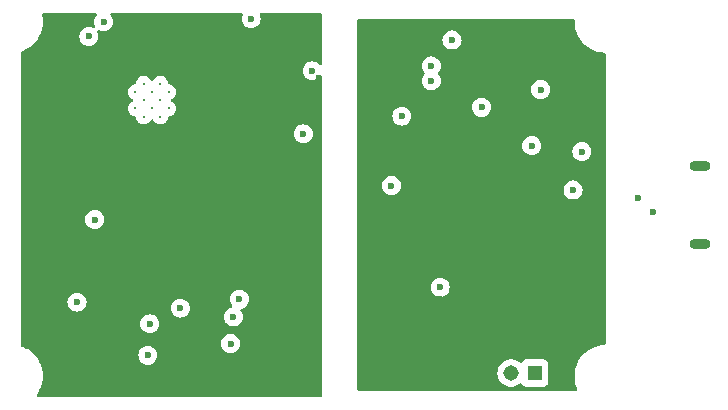
<source format=gbr>
%TF.GenerationSoftware,KiCad,Pcbnew,8.0.8-8.0.8-0~ubuntu24.04.1*%
%TF.CreationDate,2025-02-07T13:21:18-05:00*%
%TF.ProjectId,snowboard,736e6f77-626f-4617-9264-2e6b69636164,rev?*%
%TF.SameCoordinates,Original*%
%TF.FileFunction,Copper,L3,Inr*%
%TF.FilePolarity,Positive*%
%FSLAX46Y46*%
G04 Gerber Fmt 4.6, Leading zero omitted, Abs format (unit mm)*
G04 Created by KiCad (PCBNEW 8.0.8-8.0.8-0~ubuntu24.04.1) date 2025-02-07 13:21:18*
%MOMM*%
%LPD*%
G01*
G04 APERTURE LIST*
%TA.AperFunction,ComponentPad*%
%ADD10O,1.800000X0.900000*%
%TD*%
%TA.AperFunction,ComponentPad*%
%ADD11R,1.308000X1.308000*%
%TD*%
%TA.AperFunction,ComponentPad*%
%ADD12C,1.308000*%
%TD*%
%TA.AperFunction,ComponentPad*%
%ADD13C,0.300000*%
%TD*%
%TA.AperFunction,ViaPad*%
%ADD14C,0.600000*%
%TD*%
G04 APERTURE END LIST*
D10*
%TO.N,unconnected-(J1-SHIELD__4-PadS5)*%
%TO.C,J1*%
X190750000Y-130550000D03*
%TO.N,unconnected-(J1-SHIELD__5-PadS6)*%
X190750000Y-123950000D03*
%TD*%
D11*
%TO.N,+BATT*%
%TO.C,J2*%
X176750000Y-141500000D03*
D12*
%TO.N,GND*%
X174750000Y-141500000D03*
%TD*%
D13*
%TO.N,N/C*%
%TO.C,U1*%
X145050000Y-119800000D03*
X143650000Y-119800000D03*
X145750000Y-119100000D03*
X144350000Y-119100000D03*
X142950000Y-119100000D03*
X145050000Y-118400000D03*
X143650000Y-118400000D03*
X145750000Y-117700000D03*
X144350000Y-117700000D03*
X142950000Y-117700000D03*
X145050000Y-117000000D03*
X143650000Y-117000000D03*
%TD*%
D14*
%TO.N,GND*%
X144160122Y-137339878D03*
X144000000Y-140000000D03*
%TO.N,+3.3V*%
X140500000Y-136000000D03*
X147102040Y-141318205D03*
%TO.N,GND*%
X151000000Y-139000000D03*
X140250000Y-111750000D03*
X177250000Y-117500000D03*
X146750000Y-136000000D03*
X180750000Y-122750000D03*
X176500000Y-122250000D03*
X138000000Y-135500000D03*
X180000000Y-126000000D03*
X139500000Y-128500000D03*
X168750000Y-134250000D03*
X152750000Y-111500000D03*
%TO.N,VBUS*%
X178750000Y-133117600D03*
X179750000Y-120500000D03*
X168750000Y-135250000D03*
X177500000Y-128500000D03*
%TO.N,+3.3V*%
X138750000Y-111750000D03*
X158500000Y-116500000D03*
X158250000Y-139500000D03*
X158500000Y-121750000D03*
X158250000Y-135250000D03*
%TO.N,/D_N*%
X185500000Y-126650000D03*
X186750000Y-127900000D03*
%TO.N,/AEN*%
X139000000Y-113000000D03*
X169750000Y-113300000D03*
X164625000Y-125625000D03*
%TO.N,/IO0*%
X165500000Y-119750000D03*
X168000000Y-115500000D03*
%TO.N,/DTR*%
X168000000Y-116750000D03*
X172250000Y-119000000D03*
%TO.N,/I2C_SCL*%
X151250000Y-136750000D03*
X157905740Y-115917211D03*
%TO.N,/I2C_SDA*%
X151750000Y-135250000D03*
X157170000Y-121250000D03*
%TD*%
%TA.AperFunction,Conductor*%
%TO.N,VBUS*%
G36*
X180073822Y-111519685D02*
G01*
X180119577Y-111572489D01*
X180130557Y-111631487D01*
X180123388Y-111750000D01*
X180142538Y-112066597D01*
X180142538Y-112066602D01*
X180142539Y-112066603D01*
X180199713Y-112378589D01*
X180294075Y-112681409D01*
X180424251Y-112970647D01*
X180588340Y-113242084D01*
X180588345Y-113242092D01*
X180783955Y-113491769D01*
X181008230Y-113716044D01*
X181257907Y-113911654D01*
X181257910Y-113911655D01*
X181257914Y-113911659D01*
X181529353Y-114075749D01*
X181818591Y-114205925D01*
X182121411Y-114300287D01*
X182433397Y-114357461D01*
X182633487Y-114369564D01*
X182699215Y-114393260D01*
X182741699Y-114448731D01*
X182750000Y-114493338D01*
X182750000Y-139006661D01*
X182730315Y-139073700D01*
X182677511Y-139119455D01*
X182633487Y-139130435D01*
X182433402Y-139142538D01*
X182121410Y-139199713D01*
X181818596Y-139294073D01*
X181818592Y-139294074D01*
X181818591Y-139294075D01*
X181657721Y-139366477D01*
X181529357Y-139424249D01*
X181529355Y-139424250D01*
X181257915Y-139588340D01*
X181257907Y-139588345D01*
X181008230Y-139783955D01*
X180783955Y-140008230D01*
X180588345Y-140257907D01*
X180588340Y-140257915D01*
X180535393Y-140345501D01*
X180448977Y-140488452D01*
X180424250Y-140529355D01*
X180424249Y-140529357D01*
X180294073Y-140818596D01*
X180199713Y-141121410D01*
X180142538Y-141433402D01*
X180123388Y-141750000D01*
X180142538Y-142066597D01*
X180199713Y-142378589D01*
X180285689Y-142654499D01*
X180294075Y-142681409D01*
X180358750Y-142825110D01*
X180368313Y-142894321D01*
X180338940Y-142957716D01*
X180279955Y-142995167D01*
X180245674Y-143000000D01*
X161874000Y-143000000D01*
X161806961Y-142980315D01*
X161761206Y-142927511D01*
X161750000Y-142876000D01*
X161750000Y-141499999D01*
X173590554Y-141499999D01*
X173590554Y-141500000D01*
X173610295Y-141713047D01*
X173610296Y-141713050D01*
X173668846Y-141918835D01*
X173668849Y-141918840D01*
X173764219Y-142110370D01*
X173893159Y-142281114D01*
X174051278Y-142425258D01*
X174051283Y-142425261D01*
X174051286Y-142425263D01*
X174233186Y-142537891D01*
X174233187Y-142537891D01*
X174233190Y-142537893D01*
X174432703Y-142615185D01*
X174643020Y-142654500D01*
X174643022Y-142654500D01*
X174856978Y-142654500D01*
X174856980Y-142654500D01*
X175067297Y-142615185D01*
X175266810Y-142537893D01*
X175448722Y-142425258D01*
X175481593Y-142395291D01*
X175544395Y-142364675D01*
X175613782Y-142372872D01*
X175664395Y-142412616D01*
X175738454Y-142511546D01*
X175773646Y-142537891D01*
X175853664Y-142597793D01*
X175853671Y-142597797D01*
X175988517Y-142648091D01*
X175988516Y-142648091D01*
X175995444Y-142648835D01*
X176048127Y-142654500D01*
X177451872Y-142654499D01*
X177511483Y-142648091D01*
X177646331Y-142597796D01*
X177761546Y-142511546D01*
X177847796Y-142396331D01*
X177898091Y-142261483D01*
X177904500Y-142201873D01*
X177904499Y-140798128D01*
X177898091Y-140738517D01*
X177890769Y-140718887D01*
X177847797Y-140603671D01*
X177847793Y-140603664D01*
X177761547Y-140488455D01*
X177761544Y-140488452D01*
X177646335Y-140402206D01*
X177646328Y-140402202D01*
X177511482Y-140351908D01*
X177511483Y-140351908D01*
X177451883Y-140345501D01*
X177451881Y-140345500D01*
X177451873Y-140345500D01*
X177451864Y-140345500D01*
X176048129Y-140345500D01*
X176048123Y-140345501D01*
X175988516Y-140351908D01*
X175853671Y-140402202D01*
X175853664Y-140402206D01*
X175738455Y-140488452D01*
X175664396Y-140587382D01*
X175608462Y-140629252D01*
X175538770Y-140634236D01*
X175481594Y-140604709D01*
X175448722Y-140574742D01*
X175448716Y-140574738D01*
X175448713Y-140574736D01*
X175266813Y-140462108D01*
X175266807Y-140462106D01*
X175067297Y-140384815D01*
X174856980Y-140345500D01*
X174643020Y-140345500D01*
X174432703Y-140384815D01*
X174387812Y-140402206D01*
X174233192Y-140462106D01*
X174233186Y-140462108D01*
X174051286Y-140574736D01*
X174051283Y-140574738D01*
X174051279Y-140574740D01*
X174051278Y-140574742D01*
X173986016Y-140634236D01*
X173893158Y-140718887D01*
X173764219Y-140889629D01*
X173668849Y-141081158D01*
X173668846Y-141081164D01*
X173610296Y-141286949D01*
X173610295Y-141286952D01*
X173590554Y-141499999D01*
X161750000Y-141499999D01*
X161750000Y-134249996D01*
X167944435Y-134249996D01*
X167944435Y-134250003D01*
X167964630Y-134429249D01*
X167964631Y-134429254D01*
X168024211Y-134599523D01*
X168120184Y-134752262D01*
X168247738Y-134879816D01*
X168400478Y-134975789D01*
X168570745Y-135035368D01*
X168570750Y-135035369D01*
X168749996Y-135055565D01*
X168750000Y-135055565D01*
X168750004Y-135055565D01*
X168929249Y-135035369D01*
X168929252Y-135035368D01*
X168929255Y-135035368D01*
X169099522Y-134975789D01*
X169252262Y-134879816D01*
X169379816Y-134752262D01*
X169475789Y-134599522D01*
X169535368Y-134429255D01*
X169555565Y-134250000D01*
X169535368Y-134070745D01*
X169475789Y-133900478D01*
X169379816Y-133747738D01*
X169252262Y-133620184D01*
X169099523Y-133524211D01*
X168929254Y-133464631D01*
X168929249Y-133464630D01*
X168750004Y-133444435D01*
X168749996Y-133444435D01*
X168570750Y-133464630D01*
X168570745Y-133464631D01*
X168400476Y-133524211D01*
X168247737Y-133620184D01*
X168120184Y-133747737D01*
X168024211Y-133900476D01*
X167964631Y-134070745D01*
X167964630Y-134070750D01*
X167944435Y-134249996D01*
X161750000Y-134249996D01*
X161750000Y-125624996D01*
X163819435Y-125624996D01*
X163819435Y-125625003D01*
X163839630Y-125804249D01*
X163839631Y-125804254D01*
X163899211Y-125974523D01*
X163995184Y-126127262D01*
X164122738Y-126254816D01*
X164213080Y-126311582D01*
X164273461Y-126349522D01*
X164275478Y-126350789D01*
X164445745Y-126410368D01*
X164445750Y-126410369D01*
X164624996Y-126430565D01*
X164625000Y-126430565D01*
X164625004Y-126430565D01*
X164804249Y-126410369D01*
X164804252Y-126410368D01*
X164804255Y-126410368D01*
X164974522Y-126350789D01*
X165127262Y-126254816D01*
X165254816Y-126127262D01*
X165334783Y-125999996D01*
X179194435Y-125999996D01*
X179194435Y-126000003D01*
X179214630Y-126179249D01*
X179214631Y-126179254D01*
X179274211Y-126349523D01*
X179370184Y-126502262D01*
X179497738Y-126629816D01*
X179650478Y-126725789D01*
X179820745Y-126785368D01*
X179820750Y-126785369D01*
X179999996Y-126805565D01*
X180000000Y-126805565D01*
X180000004Y-126805565D01*
X180179249Y-126785369D01*
X180179252Y-126785368D01*
X180179255Y-126785368D01*
X180349522Y-126725789D01*
X180502262Y-126629816D01*
X180629816Y-126502262D01*
X180725789Y-126349522D01*
X180785368Y-126179255D01*
X180805565Y-126000000D01*
X180802694Y-125974523D01*
X180785369Y-125820750D01*
X180785368Y-125820745D01*
X180725788Y-125650476D01*
X180629815Y-125497737D01*
X180502262Y-125370184D01*
X180349523Y-125274211D01*
X180179254Y-125214631D01*
X180179249Y-125214630D01*
X180000004Y-125194435D01*
X179999996Y-125194435D01*
X179820750Y-125214630D01*
X179820745Y-125214631D01*
X179650476Y-125274211D01*
X179497737Y-125370184D01*
X179370184Y-125497737D01*
X179274211Y-125650476D01*
X179214631Y-125820745D01*
X179214630Y-125820750D01*
X179194435Y-125999996D01*
X165334783Y-125999996D01*
X165350789Y-125974522D01*
X165410368Y-125804255D01*
X165410369Y-125804249D01*
X165430565Y-125625003D01*
X165430565Y-125624996D01*
X165410369Y-125445750D01*
X165410368Y-125445745D01*
X165350788Y-125275476D01*
X165254815Y-125122737D01*
X165127262Y-124995184D01*
X164974523Y-124899211D01*
X164804254Y-124839631D01*
X164804249Y-124839630D01*
X164625004Y-124819435D01*
X164624996Y-124819435D01*
X164445750Y-124839630D01*
X164445745Y-124839631D01*
X164275476Y-124899211D01*
X164122737Y-124995184D01*
X163995184Y-125122737D01*
X163899211Y-125275476D01*
X163839631Y-125445745D01*
X163839630Y-125445750D01*
X163819435Y-125624996D01*
X161750000Y-125624996D01*
X161750000Y-122249996D01*
X175694435Y-122249996D01*
X175694435Y-122250003D01*
X175714630Y-122429249D01*
X175714631Y-122429254D01*
X175774211Y-122599523D01*
X175868760Y-122749996D01*
X175870184Y-122752262D01*
X175997738Y-122879816D01*
X176150478Y-122975789D01*
X176320745Y-123035368D01*
X176320750Y-123035369D01*
X176499996Y-123055565D01*
X176500000Y-123055565D01*
X176500004Y-123055565D01*
X176679249Y-123035369D01*
X176679252Y-123035368D01*
X176679255Y-123035368D01*
X176849522Y-122975789D01*
X177002262Y-122879816D01*
X177129816Y-122752262D01*
X177131240Y-122749996D01*
X179944435Y-122749996D01*
X179944435Y-122750003D01*
X179964630Y-122929249D01*
X179964631Y-122929254D01*
X180024211Y-123099523D01*
X180120184Y-123252262D01*
X180247738Y-123379816D01*
X180400478Y-123475789D01*
X180570745Y-123535368D01*
X180570750Y-123535369D01*
X180749996Y-123555565D01*
X180750000Y-123555565D01*
X180750004Y-123555565D01*
X180929249Y-123535369D01*
X180929252Y-123535368D01*
X180929255Y-123535368D01*
X181099522Y-123475789D01*
X181252262Y-123379816D01*
X181379816Y-123252262D01*
X181475789Y-123099522D01*
X181535368Y-122929255D01*
X181535369Y-122929249D01*
X181555565Y-122750003D01*
X181555565Y-122749996D01*
X181535369Y-122570750D01*
X181535368Y-122570745D01*
X181475789Y-122400478D01*
X181379816Y-122247738D01*
X181252262Y-122120184D01*
X181099523Y-122024211D01*
X180929254Y-121964631D01*
X180929249Y-121964630D01*
X180750004Y-121944435D01*
X180749996Y-121944435D01*
X180570750Y-121964630D01*
X180570745Y-121964631D01*
X180400476Y-122024211D01*
X180247737Y-122120184D01*
X180120184Y-122247737D01*
X180024211Y-122400476D01*
X179964631Y-122570745D01*
X179964630Y-122570750D01*
X179944435Y-122749996D01*
X177131240Y-122749996D01*
X177225789Y-122599522D01*
X177285368Y-122429255D01*
X177285369Y-122429249D01*
X177305565Y-122250003D01*
X177305565Y-122249996D01*
X177285369Y-122070750D01*
X177285368Y-122070745D01*
X177225788Y-121900476D01*
X177129815Y-121747737D01*
X177002262Y-121620184D01*
X176849523Y-121524211D01*
X176679254Y-121464631D01*
X176679249Y-121464630D01*
X176500004Y-121444435D01*
X176499996Y-121444435D01*
X176320750Y-121464630D01*
X176320745Y-121464631D01*
X176150476Y-121524211D01*
X175997737Y-121620184D01*
X175870184Y-121747737D01*
X175774211Y-121900476D01*
X175714631Y-122070745D01*
X175714630Y-122070750D01*
X175694435Y-122249996D01*
X161750000Y-122249996D01*
X161750000Y-119749996D01*
X164694435Y-119749996D01*
X164694435Y-119750003D01*
X164714630Y-119929249D01*
X164714631Y-119929254D01*
X164774211Y-120099523D01*
X164870184Y-120252262D01*
X164997738Y-120379816D01*
X165150478Y-120475789D01*
X165320745Y-120535368D01*
X165320750Y-120535369D01*
X165499996Y-120555565D01*
X165500000Y-120555565D01*
X165500004Y-120555565D01*
X165679249Y-120535369D01*
X165679252Y-120535368D01*
X165679255Y-120535368D01*
X165849522Y-120475789D01*
X166002262Y-120379816D01*
X166129816Y-120252262D01*
X166225789Y-120099522D01*
X166285368Y-119929255D01*
X166285369Y-119929249D01*
X166305565Y-119750003D01*
X166305565Y-119749996D01*
X166285369Y-119570750D01*
X166285368Y-119570745D01*
X166225788Y-119400476D01*
X166129815Y-119247737D01*
X166002262Y-119120184D01*
X165849523Y-119024211D01*
X165780321Y-118999996D01*
X171444435Y-118999996D01*
X171444435Y-119000003D01*
X171464630Y-119179249D01*
X171464631Y-119179254D01*
X171524211Y-119349523D01*
X171620184Y-119502262D01*
X171747738Y-119629816D01*
X171900478Y-119725789D01*
X171969678Y-119750003D01*
X172070745Y-119785368D01*
X172070750Y-119785369D01*
X172249996Y-119805565D01*
X172250000Y-119805565D01*
X172250004Y-119805565D01*
X172429249Y-119785369D01*
X172429252Y-119785368D01*
X172429255Y-119785368D01*
X172599522Y-119725789D01*
X172752262Y-119629816D01*
X172879816Y-119502262D01*
X172975789Y-119349522D01*
X173035368Y-119179255D01*
X173055565Y-119000000D01*
X173049304Y-118944435D01*
X173035369Y-118820750D01*
X173035368Y-118820745D01*
X172975788Y-118650476D01*
X172879815Y-118497737D01*
X172752262Y-118370184D01*
X172599523Y-118274211D01*
X172429254Y-118214631D01*
X172429249Y-118214630D01*
X172250004Y-118194435D01*
X172249996Y-118194435D01*
X172070750Y-118214630D01*
X172070745Y-118214631D01*
X171900476Y-118274211D01*
X171747737Y-118370184D01*
X171620184Y-118497737D01*
X171524211Y-118650476D01*
X171464631Y-118820745D01*
X171464630Y-118820750D01*
X171444435Y-118999996D01*
X165780321Y-118999996D01*
X165679254Y-118964631D01*
X165679249Y-118964630D01*
X165500004Y-118944435D01*
X165499996Y-118944435D01*
X165320750Y-118964630D01*
X165320745Y-118964631D01*
X165150476Y-119024211D01*
X164997737Y-119120184D01*
X164870184Y-119247737D01*
X164774211Y-119400476D01*
X164714631Y-119570745D01*
X164714630Y-119570750D01*
X164694435Y-119749996D01*
X161750000Y-119749996D01*
X161750000Y-115499996D01*
X167194435Y-115499996D01*
X167194435Y-115500003D01*
X167214630Y-115679249D01*
X167214631Y-115679254D01*
X167274211Y-115849523D01*
X167370184Y-116002262D01*
X167405241Y-116037319D01*
X167438726Y-116098642D01*
X167433742Y-116168334D01*
X167405241Y-116212681D01*
X167370184Y-116247737D01*
X167274211Y-116400476D01*
X167214631Y-116570745D01*
X167214630Y-116570750D01*
X167194435Y-116749996D01*
X167194435Y-116750003D01*
X167214630Y-116929249D01*
X167214631Y-116929254D01*
X167274211Y-117099523D01*
X167370184Y-117252262D01*
X167497738Y-117379816D01*
X167650478Y-117475789D01*
X167719678Y-117500003D01*
X167820745Y-117535368D01*
X167820750Y-117535369D01*
X167999996Y-117555565D01*
X168000000Y-117555565D01*
X168000004Y-117555565D01*
X168179249Y-117535369D01*
X168179252Y-117535368D01*
X168179255Y-117535368D01*
X168280342Y-117499996D01*
X176444435Y-117499996D01*
X176444435Y-117500003D01*
X176464630Y-117679249D01*
X176464631Y-117679254D01*
X176524211Y-117849523D01*
X176620184Y-118002262D01*
X176747738Y-118129816D01*
X176838080Y-118186582D01*
X176882721Y-118214632D01*
X176900478Y-118225789D01*
X177038860Y-118274211D01*
X177070745Y-118285368D01*
X177070750Y-118285369D01*
X177249996Y-118305565D01*
X177250000Y-118305565D01*
X177250004Y-118305565D01*
X177429249Y-118285369D01*
X177429252Y-118285368D01*
X177429255Y-118285368D01*
X177599522Y-118225789D01*
X177752262Y-118129816D01*
X177879816Y-118002262D01*
X177975789Y-117849522D01*
X178035368Y-117679255D01*
X178035369Y-117679249D01*
X178055565Y-117500003D01*
X178055565Y-117499996D01*
X178035369Y-117320750D01*
X178035368Y-117320745D01*
X177975788Y-117150476D01*
X177879815Y-116997737D01*
X177752262Y-116870184D01*
X177599523Y-116774211D01*
X177429254Y-116714631D01*
X177429249Y-116714630D01*
X177250004Y-116694435D01*
X177249996Y-116694435D01*
X177070750Y-116714630D01*
X177070745Y-116714631D01*
X176900476Y-116774211D01*
X176747737Y-116870184D01*
X176620184Y-116997737D01*
X176524211Y-117150476D01*
X176464631Y-117320745D01*
X176464630Y-117320750D01*
X176444435Y-117499996D01*
X168280342Y-117499996D01*
X168349522Y-117475789D01*
X168502262Y-117379816D01*
X168629816Y-117252262D01*
X168725789Y-117099522D01*
X168785368Y-116929255D01*
X168805565Y-116750000D01*
X168799304Y-116694435D01*
X168785369Y-116570750D01*
X168785368Y-116570745D01*
X168725788Y-116400476D01*
X168629815Y-116247737D01*
X168594759Y-116212681D01*
X168561274Y-116151358D01*
X168566258Y-116081666D01*
X168594759Y-116037319D01*
X168629816Y-116002262D01*
X168725789Y-115849522D01*
X168785368Y-115679255D01*
X168805565Y-115500000D01*
X168785368Y-115320745D01*
X168725789Y-115150478D01*
X168629816Y-114997738D01*
X168502262Y-114870184D01*
X168349523Y-114774211D01*
X168179254Y-114714631D01*
X168179249Y-114714630D01*
X168000004Y-114694435D01*
X167999996Y-114694435D01*
X167820750Y-114714630D01*
X167820745Y-114714631D01*
X167650476Y-114774211D01*
X167497737Y-114870184D01*
X167370184Y-114997737D01*
X167274211Y-115150476D01*
X167214631Y-115320745D01*
X167214630Y-115320750D01*
X167194435Y-115499996D01*
X161750000Y-115499996D01*
X161750000Y-113299996D01*
X168944435Y-113299996D01*
X168944435Y-113300003D01*
X168964630Y-113479249D01*
X168964631Y-113479254D01*
X169024211Y-113649523D01*
X169066011Y-113716047D01*
X169120184Y-113802262D01*
X169247738Y-113929816D01*
X169400478Y-114025789D01*
X169543258Y-114075750D01*
X169570745Y-114085368D01*
X169570750Y-114085369D01*
X169749996Y-114105565D01*
X169750000Y-114105565D01*
X169750004Y-114105565D01*
X169929249Y-114085369D01*
X169929252Y-114085368D01*
X169929255Y-114085368D01*
X170099522Y-114025789D01*
X170252262Y-113929816D01*
X170379816Y-113802262D01*
X170475789Y-113649522D01*
X170535368Y-113479255D01*
X170555565Y-113300000D01*
X170554606Y-113291491D01*
X170535369Y-113120750D01*
X170535368Y-113120745D01*
X170482845Y-112970644D01*
X170475789Y-112950478D01*
X170379816Y-112797738D01*
X170252262Y-112670184D01*
X170099523Y-112574211D01*
X169929254Y-112514631D01*
X169929249Y-112514630D01*
X169750004Y-112494435D01*
X169749996Y-112494435D01*
X169570750Y-112514630D01*
X169570745Y-112514631D01*
X169400476Y-112574211D01*
X169247737Y-112670184D01*
X169120184Y-112797737D01*
X169024211Y-112950476D01*
X168964631Y-113120745D01*
X168964630Y-113120750D01*
X168944435Y-113299996D01*
X161750000Y-113299996D01*
X161750000Y-111624000D01*
X161769685Y-111556961D01*
X161822489Y-111511206D01*
X161874000Y-111500000D01*
X180006783Y-111500000D01*
X180073822Y-111519685D01*
G37*
%TD.AperFunction*%
%TD*%
%TA.AperFunction,Conductor*%
%TO.N,+3.3V*%
G36*
X139635599Y-111019685D02*
G01*
X139681354Y-111072489D01*
X139691298Y-111141647D01*
X139662273Y-111205203D01*
X139656241Y-111211681D01*
X139620184Y-111247737D01*
X139524211Y-111400476D01*
X139464631Y-111570745D01*
X139464630Y-111570750D01*
X139444435Y-111749996D01*
X139444435Y-111750003D01*
X139464630Y-111929249D01*
X139464631Y-111929254D01*
X139524212Y-112099525D01*
X139530504Y-112109539D01*
X139549504Y-112176776D01*
X139529136Y-112243611D01*
X139475867Y-112288824D01*
X139406611Y-112298061D01*
X139359539Y-112280504D01*
X139349525Y-112274212D01*
X139179254Y-112214631D01*
X139179249Y-112214630D01*
X139000004Y-112194435D01*
X138999996Y-112194435D01*
X138820750Y-112214630D01*
X138820745Y-112214631D01*
X138650476Y-112274211D01*
X138497737Y-112370184D01*
X138370184Y-112497737D01*
X138274211Y-112650476D01*
X138214631Y-112820745D01*
X138214630Y-112820750D01*
X138194435Y-112999996D01*
X138194435Y-113000003D01*
X138214630Y-113179249D01*
X138214631Y-113179254D01*
X138274211Y-113349523D01*
X138287593Y-113370820D01*
X138370184Y-113502262D01*
X138497738Y-113629816D01*
X138588080Y-113686582D01*
X138634973Y-113716047D01*
X138650478Y-113725789D01*
X138820745Y-113785368D01*
X138820750Y-113785369D01*
X138999996Y-113805565D01*
X139000000Y-113805565D01*
X139000004Y-113805565D01*
X139179249Y-113785369D01*
X139179252Y-113785368D01*
X139179255Y-113785368D01*
X139349522Y-113725789D01*
X139502262Y-113629816D01*
X139629816Y-113502262D01*
X139725789Y-113349522D01*
X139785368Y-113179255D01*
X139785369Y-113179249D01*
X139805565Y-113000003D01*
X139805565Y-112999996D01*
X139785369Y-112820750D01*
X139785368Y-112820745D01*
X139725788Y-112650475D01*
X139719496Y-112640462D01*
X139700495Y-112573225D01*
X139720862Y-112506390D01*
X139774130Y-112461176D01*
X139843386Y-112451937D01*
X139890462Y-112469496D01*
X139900475Y-112475788D01*
X140070745Y-112535368D01*
X140070750Y-112535369D01*
X140249996Y-112555565D01*
X140250000Y-112555565D01*
X140250004Y-112555565D01*
X140429249Y-112535369D01*
X140429252Y-112535368D01*
X140429255Y-112535368D01*
X140599522Y-112475789D01*
X140752262Y-112379816D01*
X140879816Y-112252262D01*
X140975789Y-112099522D01*
X141035368Y-111929255D01*
X141055565Y-111750000D01*
X141047593Y-111679249D01*
X141035369Y-111570750D01*
X141035368Y-111570745D01*
X141009370Y-111496448D01*
X140975789Y-111400478D01*
X140879816Y-111247738D01*
X140843759Y-111211681D01*
X140810274Y-111150358D01*
X140815258Y-111080666D01*
X140857130Y-111024733D01*
X140922594Y-111000316D01*
X140931440Y-111000000D01*
X151902103Y-111000000D01*
X151969142Y-111019685D01*
X152014897Y-111072489D01*
X152024841Y-111141647D01*
X152019145Y-111164954D01*
X151964632Y-111320742D01*
X151964630Y-111320750D01*
X151944435Y-111499996D01*
X151944435Y-111500003D01*
X151964630Y-111679249D01*
X151964631Y-111679254D01*
X152024211Y-111849523D01*
X152120184Y-112002262D01*
X152247738Y-112129816D01*
X152322474Y-112176776D01*
X152382721Y-112214632D01*
X152400478Y-112225789D01*
X152570745Y-112285368D01*
X152570750Y-112285369D01*
X152749996Y-112305565D01*
X152750000Y-112305565D01*
X152750004Y-112305565D01*
X152929249Y-112285369D01*
X152929252Y-112285368D01*
X152929255Y-112285368D01*
X153099522Y-112225789D01*
X153252262Y-112129816D01*
X153379816Y-112002262D01*
X153475789Y-111849522D01*
X153535368Y-111679255D01*
X153535369Y-111679249D01*
X153555565Y-111500003D01*
X153555565Y-111499996D01*
X153535369Y-111320750D01*
X153535367Y-111320742D01*
X153480855Y-111164954D01*
X153477294Y-111095176D01*
X153512023Y-111034548D01*
X153574016Y-111002321D01*
X153597897Y-111000000D01*
X158626000Y-111000000D01*
X158693039Y-111019685D01*
X158738794Y-111072489D01*
X158750000Y-111124000D01*
X158750000Y-115330031D01*
X158730315Y-115397070D01*
X158677511Y-115442825D01*
X158608353Y-115452769D01*
X158544797Y-115423744D01*
X158538319Y-115417712D01*
X158408002Y-115287395D01*
X158255263Y-115191422D01*
X158084994Y-115131842D01*
X158084989Y-115131841D01*
X157905744Y-115111646D01*
X157905736Y-115111646D01*
X157726490Y-115131841D01*
X157726485Y-115131842D01*
X157556216Y-115191422D01*
X157403477Y-115287395D01*
X157275924Y-115414948D01*
X157179951Y-115567687D01*
X157120371Y-115737956D01*
X157120370Y-115737961D01*
X157100175Y-115917207D01*
X157100175Y-115917214D01*
X157120370Y-116096460D01*
X157120371Y-116096465D01*
X157179951Y-116266734D01*
X157274188Y-116416710D01*
X157275924Y-116419473D01*
X157403478Y-116547027D01*
X157556218Y-116643000D01*
X157706183Y-116695475D01*
X157726485Y-116702579D01*
X157726490Y-116702580D01*
X157905736Y-116722776D01*
X157905740Y-116722776D01*
X157905744Y-116722776D01*
X158084989Y-116702580D01*
X158084992Y-116702579D01*
X158084995Y-116702579D01*
X158255262Y-116643000D01*
X158408002Y-116547027D01*
X158535556Y-116419473D01*
X158535556Y-116419472D01*
X158538319Y-116416710D01*
X158599642Y-116383225D01*
X158669334Y-116388209D01*
X158725267Y-116430081D01*
X158749684Y-116495545D01*
X158750000Y-116504391D01*
X158750000Y-143376000D01*
X158730315Y-143443039D01*
X158677511Y-143488794D01*
X158626000Y-143500000D01*
X134714268Y-143500000D01*
X134647229Y-143480315D01*
X134601474Y-143427511D01*
X134591530Y-143358353D01*
X134616658Y-143299526D01*
X134661652Y-143242095D01*
X134661652Y-143242094D01*
X134661659Y-143242086D01*
X134825749Y-142970647D01*
X134955925Y-142681409D01*
X135050287Y-142378589D01*
X135107461Y-142066603D01*
X135126612Y-141750000D01*
X135107461Y-141433397D01*
X135050287Y-141121411D01*
X134955925Y-140818591D01*
X134825749Y-140529353D01*
X134661659Y-140257914D01*
X134560802Y-140129180D01*
X134466044Y-140008230D01*
X134457810Y-139999996D01*
X143194435Y-139999996D01*
X143194435Y-140000003D01*
X143214630Y-140179249D01*
X143214631Y-140179254D01*
X143274211Y-140349523D01*
X143370184Y-140502262D01*
X143497738Y-140629816D01*
X143650478Y-140725789D01*
X143820745Y-140785368D01*
X143820750Y-140785369D01*
X143999996Y-140805565D01*
X144000000Y-140805565D01*
X144000004Y-140805565D01*
X144179249Y-140785369D01*
X144179252Y-140785368D01*
X144179255Y-140785368D01*
X144349522Y-140725789D01*
X144502262Y-140629816D01*
X144629816Y-140502262D01*
X144725789Y-140349522D01*
X144785368Y-140179255D01*
X144791010Y-140129180D01*
X144805565Y-140000003D01*
X144805565Y-139999996D01*
X144785369Y-139820750D01*
X144785368Y-139820745D01*
X144725788Y-139650476D01*
X144686582Y-139588080D01*
X144629816Y-139497738D01*
X144502262Y-139370184D01*
X144469379Y-139349522D01*
X144349523Y-139274211D01*
X144179254Y-139214631D01*
X144179249Y-139214630D01*
X144000004Y-139194435D01*
X143999996Y-139194435D01*
X143820750Y-139214630D01*
X143820745Y-139214631D01*
X143650476Y-139274211D01*
X143497737Y-139370184D01*
X143370184Y-139497737D01*
X143274211Y-139650476D01*
X143214631Y-139820745D01*
X143214630Y-139820750D01*
X143194435Y-139999996D01*
X134457810Y-139999996D01*
X134241769Y-139783955D01*
X133992092Y-139588345D01*
X133992084Y-139588340D01*
X133849693Y-139502262D01*
X133720647Y-139424251D01*
X133720643Y-139424249D01*
X133720642Y-139424248D01*
X133523498Y-139335521D01*
X133431409Y-139294075D01*
X133431406Y-139294074D01*
X133431396Y-139294070D01*
X133337109Y-139264689D01*
X133278962Y-139225951D01*
X133250988Y-139161926D01*
X133250000Y-139146304D01*
X133250000Y-138999996D01*
X150194435Y-138999996D01*
X150194435Y-139000003D01*
X150214630Y-139179249D01*
X150214631Y-139179254D01*
X150274211Y-139349523D01*
X150321166Y-139424251D01*
X150370184Y-139502262D01*
X150497738Y-139629816D01*
X150650478Y-139725789D01*
X150816701Y-139783953D01*
X150820745Y-139785368D01*
X150820750Y-139785369D01*
X150999996Y-139805565D01*
X151000000Y-139805565D01*
X151000004Y-139805565D01*
X151179249Y-139785369D01*
X151179252Y-139785368D01*
X151179255Y-139785368D01*
X151349522Y-139725789D01*
X151502262Y-139629816D01*
X151629816Y-139502262D01*
X151725789Y-139349522D01*
X151785368Y-139179255D01*
X151785369Y-139179249D01*
X151805565Y-139000003D01*
X151805565Y-138999996D01*
X151785369Y-138820750D01*
X151785368Y-138820745D01*
X151725788Y-138650476D01*
X151629815Y-138497737D01*
X151502262Y-138370184D01*
X151349523Y-138274211D01*
X151179254Y-138214631D01*
X151179249Y-138214630D01*
X151000004Y-138194435D01*
X150999996Y-138194435D01*
X150820750Y-138214630D01*
X150820745Y-138214631D01*
X150650476Y-138274211D01*
X150497737Y-138370184D01*
X150370184Y-138497737D01*
X150274211Y-138650476D01*
X150214631Y-138820745D01*
X150214630Y-138820750D01*
X150194435Y-138999996D01*
X133250000Y-138999996D01*
X133250000Y-137339874D01*
X143354557Y-137339874D01*
X143354557Y-137339881D01*
X143374752Y-137519127D01*
X143374753Y-137519132D01*
X143434333Y-137689401D01*
X143530306Y-137842140D01*
X143657860Y-137969694D01*
X143810600Y-138065667D01*
X143980867Y-138125246D01*
X143980872Y-138125247D01*
X144160118Y-138145443D01*
X144160122Y-138145443D01*
X144160126Y-138145443D01*
X144339371Y-138125247D01*
X144339374Y-138125246D01*
X144339377Y-138125246D01*
X144509644Y-138065667D01*
X144662384Y-137969694D01*
X144789938Y-137842140D01*
X144885911Y-137689400D01*
X144945490Y-137519133D01*
X144961187Y-137379816D01*
X144965687Y-137339881D01*
X144965687Y-137339874D01*
X144945491Y-137160628D01*
X144945490Y-137160623D01*
X144885910Y-136990354D01*
X144789937Y-136837615D01*
X144662384Y-136710062D01*
X144509645Y-136614089D01*
X144339376Y-136554509D01*
X144339371Y-136554508D01*
X144160126Y-136534313D01*
X144160118Y-136534313D01*
X143980872Y-136554508D01*
X143980867Y-136554509D01*
X143810598Y-136614089D01*
X143657859Y-136710062D01*
X143530306Y-136837615D01*
X143434333Y-136990354D01*
X143374753Y-137160623D01*
X143374752Y-137160628D01*
X143354557Y-137339874D01*
X133250000Y-137339874D01*
X133250000Y-135499996D01*
X137194435Y-135499996D01*
X137194435Y-135500003D01*
X137214630Y-135679249D01*
X137214631Y-135679254D01*
X137274211Y-135849523D01*
X137345094Y-135962332D01*
X137370184Y-136002262D01*
X137497738Y-136129816D01*
X137650478Y-136225789D01*
X137698713Y-136242667D01*
X137820745Y-136285368D01*
X137820750Y-136285369D01*
X137999996Y-136305565D01*
X138000000Y-136305565D01*
X138000004Y-136305565D01*
X138179249Y-136285369D01*
X138179252Y-136285368D01*
X138179255Y-136285368D01*
X138349522Y-136225789D01*
X138502262Y-136129816D01*
X138629816Y-136002262D01*
X138631240Y-135999996D01*
X145944435Y-135999996D01*
X145944435Y-136000003D01*
X145964630Y-136179249D01*
X145964631Y-136179254D01*
X146024211Y-136349523D01*
X146120184Y-136502262D01*
X146247738Y-136629816D01*
X146338080Y-136686582D01*
X146375448Y-136710062D01*
X146400478Y-136725789D01*
X146469678Y-136750003D01*
X146570745Y-136785368D01*
X146570750Y-136785369D01*
X146749996Y-136805565D01*
X146750000Y-136805565D01*
X146750004Y-136805565D01*
X146929249Y-136785369D01*
X146929252Y-136785368D01*
X146929255Y-136785368D01*
X147030342Y-136749996D01*
X150444435Y-136749996D01*
X150444435Y-136750003D01*
X150464630Y-136929249D01*
X150464631Y-136929254D01*
X150524211Y-137099523D01*
X150562603Y-137160623D01*
X150620184Y-137252262D01*
X150747738Y-137379816D01*
X150900478Y-137475789D01*
X151024331Y-137519127D01*
X151070745Y-137535368D01*
X151070750Y-137535369D01*
X151249996Y-137555565D01*
X151250000Y-137555565D01*
X151250004Y-137555565D01*
X151429249Y-137535369D01*
X151429252Y-137535368D01*
X151429255Y-137535368D01*
X151599522Y-137475789D01*
X151752262Y-137379816D01*
X151879816Y-137252262D01*
X151975789Y-137099522D01*
X152035368Y-136929255D01*
X152045693Y-136837616D01*
X152055565Y-136750003D01*
X152055565Y-136749996D01*
X152035369Y-136570750D01*
X152035368Y-136570745D01*
X151975788Y-136400476D01*
X151903461Y-136285369D01*
X151879816Y-136247738D01*
X151874745Y-136242667D01*
X151841260Y-136181344D01*
X151846244Y-136111652D01*
X151888116Y-136055719D01*
X151923301Y-136039439D01*
X151922682Y-136037668D01*
X151929255Y-136035368D01*
X152099522Y-135975789D01*
X152252262Y-135879816D01*
X152379816Y-135752262D01*
X152475789Y-135599522D01*
X152535368Y-135429255D01*
X152542024Y-135370184D01*
X152555565Y-135250003D01*
X152555565Y-135249996D01*
X152535369Y-135070750D01*
X152535368Y-135070745D01*
X152475788Y-134900476D01*
X152379815Y-134747737D01*
X152252262Y-134620184D01*
X152099523Y-134524211D01*
X151929254Y-134464631D01*
X151929249Y-134464630D01*
X151750004Y-134444435D01*
X151749996Y-134444435D01*
X151570750Y-134464630D01*
X151570745Y-134464631D01*
X151400476Y-134524211D01*
X151247737Y-134620184D01*
X151120184Y-134747737D01*
X151024211Y-134900476D01*
X150964631Y-135070745D01*
X150964630Y-135070750D01*
X150944435Y-135249996D01*
X150944435Y-135250003D01*
X150964630Y-135429249D01*
X150964631Y-135429254D01*
X151024211Y-135599523D01*
X151120184Y-135752262D01*
X151125254Y-135757332D01*
X151158739Y-135818655D01*
X151153755Y-135888347D01*
X151111883Y-135944280D01*
X151076703Y-135960577D01*
X151077318Y-135962332D01*
X150900476Y-136024211D01*
X150747737Y-136120184D01*
X150620184Y-136247737D01*
X150524211Y-136400476D01*
X150464631Y-136570745D01*
X150464630Y-136570750D01*
X150444435Y-136749996D01*
X147030342Y-136749996D01*
X147099522Y-136725789D01*
X147252262Y-136629816D01*
X147379816Y-136502262D01*
X147475789Y-136349522D01*
X147535368Y-136179255D01*
X147535369Y-136179249D01*
X147555565Y-136000003D01*
X147555565Y-135999996D01*
X147535369Y-135820750D01*
X147535368Y-135820745D01*
X147511405Y-135752262D01*
X147475789Y-135650478D01*
X147379816Y-135497738D01*
X147252262Y-135370184D01*
X147099523Y-135274211D01*
X146929254Y-135214631D01*
X146929249Y-135214630D01*
X146750004Y-135194435D01*
X146749996Y-135194435D01*
X146570750Y-135214630D01*
X146570745Y-135214631D01*
X146400476Y-135274211D01*
X146247737Y-135370184D01*
X146120184Y-135497737D01*
X146024211Y-135650476D01*
X145964631Y-135820745D01*
X145964630Y-135820750D01*
X145944435Y-135999996D01*
X138631240Y-135999996D01*
X138725789Y-135849522D01*
X138785368Y-135679255D01*
X138785369Y-135679249D01*
X138805565Y-135500003D01*
X138805565Y-135499996D01*
X138785369Y-135320750D01*
X138785368Y-135320745D01*
X138725788Y-135150476D01*
X138686582Y-135088080D01*
X138629816Y-134997738D01*
X138502262Y-134870184D01*
X138349523Y-134774211D01*
X138179254Y-134714631D01*
X138179249Y-134714630D01*
X138000004Y-134694435D01*
X137999996Y-134694435D01*
X137820750Y-134714630D01*
X137820745Y-134714631D01*
X137650476Y-134774211D01*
X137497737Y-134870184D01*
X137370184Y-134997737D01*
X137274211Y-135150476D01*
X137214631Y-135320745D01*
X137214630Y-135320750D01*
X137194435Y-135499996D01*
X133250000Y-135499996D01*
X133250000Y-128499996D01*
X138694435Y-128499996D01*
X138694435Y-128500003D01*
X138714630Y-128679249D01*
X138714631Y-128679254D01*
X138774211Y-128849523D01*
X138870184Y-129002262D01*
X138997738Y-129129816D01*
X139150478Y-129225789D01*
X139320745Y-129285368D01*
X139320750Y-129285369D01*
X139499996Y-129305565D01*
X139500000Y-129305565D01*
X139500004Y-129305565D01*
X139679249Y-129285369D01*
X139679252Y-129285368D01*
X139679255Y-129285368D01*
X139849522Y-129225789D01*
X140002262Y-129129816D01*
X140129816Y-129002262D01*
X140225789Y-128849522D01*
X140285368Y-128679255D01*
X140305565Y-128500000D01*
X140285368Y-128320745D01*
X140225789Y-128150478D01*
X140129816Y-127997738D01*
X140002262Y-127870184D01*
X139849523Y-127774211D01*
X139679254Y-127714631D01*
X139679249Y-127714630D01*
X139500004Y-127694435D01*
X139499996Y-127694435D01*
X139320750Y-127714630D01*
X139320745Y-127714631D01*
X139150476Y-127774211D01*
X138997737Y-127870184D01*
X138870184Y-127997737D01*
X138774211Y-128150476D01*
X138714631Y-128320745D01*
X138714630Y-128320750D01*
X138694435Y-128499996D01*
X133250000Y-128499996D01*
X133250000Y-121249996D01*
X156364435Y-121249996D01*
X156364435Y-121250003D01*
X156384630Y-121429249D01*
X156384631Y-121429254D01*
X156444211Y-121599523D01*
X156540184Y-121752262D01*
X156667738Y-121879816D01*
X156820478Y-121975789D01*
X156990745Y-122035368D01*
X156990750Y-122035369D01*
X157169996Y-122055565D01*
X157170000Y-122055565D01*
X157170004Y-122055565D01*
X157349249Y-122035369D01*
X157349252Y-122035368D01*
X157349255Y-122035368D01*
X157519522Y-121975789D01*
X157672262Y-121879816D01*
X157799816Y-121752262D01*
X157895789Y-121599522D01*
X157955368Y-121429255D01*
X157975565Y-121250000D01*
X157955368Y-121070745D01*
X157895789Y-120900478D01*
X157799816Y-120747738D01*
X157672262Y-120620184D01*
X157519523Y-120524211D01*
X157349254Y-120464631D01*
X157349249Y-120464630D01*
X157170004Y-120444435D01*
X157169996Y-120444435D01*
X156990750Y-120464630D01*
X156990745Y-120464631D01*
X156820476Y-120524211D01*
X156667737Y-120620184D01*
X156540184Y-120747737D01*
X156444211Y-120900476D01*
X156384631Y-121070745D01*
X156384630Y-121070750D01*
X156364435Y-121249996D01*
X133250000Y-121249996D01*
X133250000Y-117699999D01*
X142294722Y-117699999D01*
X142294722Y-117700000D01*
X142313762Y-117856818D01*
X142369780Y-118004523D01*
X142459517Y-118134530D01*
X142577760Y-118239283D01*
X142637599Y-118270689D01*
X142674780Y-118290204D01*
X142724992Y-118338789D01*
X142740966Y-118406808D01*
X142717630Y-118472666D01*
X142674780Y-118509796D01*
X142577761Y-118560716D01*
X142459516Y-118665471D01*
X142369781Y-118795475D01*
X142369780Y-118795476D01*
X142313762Y-118943181D01*
X142294722Y-119099999D01*
X142294722Y-119100000D01*
X142313762Y-119256818D01*
X142369780Y-119404523D01*
X142459517Y-119534530D01*
X142577760Y-119639283D01*
X142577762Y-119639284D01*
X142717634Y-119712696D01*
X142871014Y-119750500D01*
X142871015Y-119750500D01*
X142878857Y-119750500D01*
X142945896Y-119770185D01*
X142991651Y-119822989D01*
X143001953Y-119859554D01*
X143013762Y-119956818D01*
X143060307Y-120079544D01*
X143069780Y-120104523D01*
X143159517Y-120234530D01*
X143277760Y-120339283D01*
X143277762Y-120339284D01*
X143417634Y-120412696D01*
X143571014Y-120450500D01*
X143571015Y-120450500D01*
X143728985Y-120450500D01*
X143882365Y-120412696D01*
X144022240Y-120339283D01*
X144140483Y-120234530D01*
X144230220Y-120104523D01*
X144234058Y-120094400D01*
X144276236Y-120038700D01*
X144341833Y-120014642D01*
X144410023Y-120029869D01*
X144459157Y-120079544D01*
X144465942Y-120094402D01*
X144469780Y-120104524D01*
X144527627Y-120188330D01*
X144559517Y-120234530D01*
X144677760Y-120339283D01*
X144677762Y-120339284D01*
X144817634Y-120412696D01*
X144971014Y-120450500D01*
X144971015Y-120450500D01*
X145128985Y-120450500D01*
X145282365Y-120412696D01*
X145422240Y-120339283D01*
X145540483Y-120234530D01*
X145630220Y-120104523D01*
X145686237Y-119956818D01*
X145698047Y-119859554D01*
X145725669Y-119795376D01*
X145783603Y-119756319D01*
X145821143Y-119750500D01*
X145828985Y-119750500D01*
X145982365Y-119712696D01*
X146122240Y-119639283D01*
X146240483Y-119534530D01*
X146330220Y-119404523D01*
X146386237Y-119256818D01*
X146405278Y-119100000D01*
X146386237Y-118943182D01*
X146330220Y-118795477D01*
X146240483Y-118665470D01*
X146122240Y-118560717D01*
X146122238Y-118560716D01*
X146122237Y-118560715D01*
X146025220Y-118509796D01*
X145975007Y-118461212D01*
X145959033Y-118393193D01*
X145982368Y-118327335D01*
X146025220Y-118290204D01*
X146060348Y-118271766D01*
X146122240Y-118239283D01*
X146240483Y-118134530D01*
X146330220Y-118004523D01*
X146386237Y-117856818D01*
X146405278Y-117700000D01*
X146386237Y-117543182D01*
X146330220Y-117395477D01*
X146240483Y-117265470D01*
X146122240Y-117160717D01*
X146122238Y-117160716D01*
X146122237Y-117160715D01*
X145982365Y-117087303D01*
X145828986Y-117049500D01*
X145828985Y-117049500D01*
X145821143Y-117049500D01*
X145754104Y-117029815D01*
X145708349Y-116977011D01*
X145698047Y-116940446D01*
X145686237Y-116843181D01*
X145639692Y-116720453D01*
X145630220Y-116695477D01*
X145540483Y-116565470D01*
X145422240Y-116460717D01*
X145422238Y-116460716D01*
X145422237Y-116460715D01*
X145282365Y-116387303D01*
X145128986Y-116349500D01*
X145128985Y-116349500D01*
X144971015Y-116349500D01*
X144971014Y-116349500D01*
X144817634Y-116387303D01*
X144677762Y-116460715D01*
X144559516Y-116565471D01*
X144469781Y-116695475D01*
X144469779Y-116695478D01*
X144465941Y-116705599D01*
X144423763Y-116761301D01*
X144358165Y-116785357D01*
X144289975Y-116770129D01*
X144240842Y-116720453D01*
X144234059Y-116705599D01*
X144230220Y-116695478D01*
X144230220Y-116695477D01*
X144140483Y-116565470D01*
X144022240Y-116460717D01*
X144022238Y-116460716D01*
X144022237Y-116460715D01*
X143882365Y-116387303D01*
X143728986Y-116349500D01*
X143728985Y-116349500D01*
X143571015Y-116349500D01*
X143571014Y-116349500D01*
X143417634Y-116387303D01*
X143277762Y-116460715D01*
X143159516Y-116565471D01*
X143069781Y-116695475D01*
X143069780Y-116695476D01*
X143013762Y-116843181D01*
X143001953Y-116940446D01*
X142974331Y-117004624D01*
X142916397Y-117043681D01*
X142878857Y-117049500D01*
X142871014Y-117049500D01*
X142717634Y-117087303D01*
X142577762Y-117160715D01*
X142459516Y-117265471D01*
X142369781Y-117395475D01*
X142369780Y-117395476D01*
X142313762Y-117543181D01*
X142294722Y-117699999D01*
X133250000Y-117699999D01*
X133250000Y-114353695D01*
X133269685Y-114286656D01*
X133322489Y-114240901D01*
X133337101Y-114235312D01*
X133431409Y-114205925D01*
X133720647Y-114075749D01*
X133992086Y-113911659D01*
X134241766Y-113716047D01*
X134466047Y-113491766D01*
X134661659Y-113242086D01*
X134825749Y-112970647D01*
X134955925Y-112681409D01*
X135050287Y-112378589D01*
X135107461Y-112066603D01*
X135126612Y-111750000D01*
X135107461Y-111433397D01*
X135054857Y-111146349D01*
X135062135Y-111076862D01*
X135105826Y-111022339D01*
X135172060Y-111000092D01*
X135176826Y-111000000D01*
X139568560Y-111000000D01*
X139635599Y-111019685D01*
G37*
%TD.AperFunction*%
%TD*%
M02*

</source>
